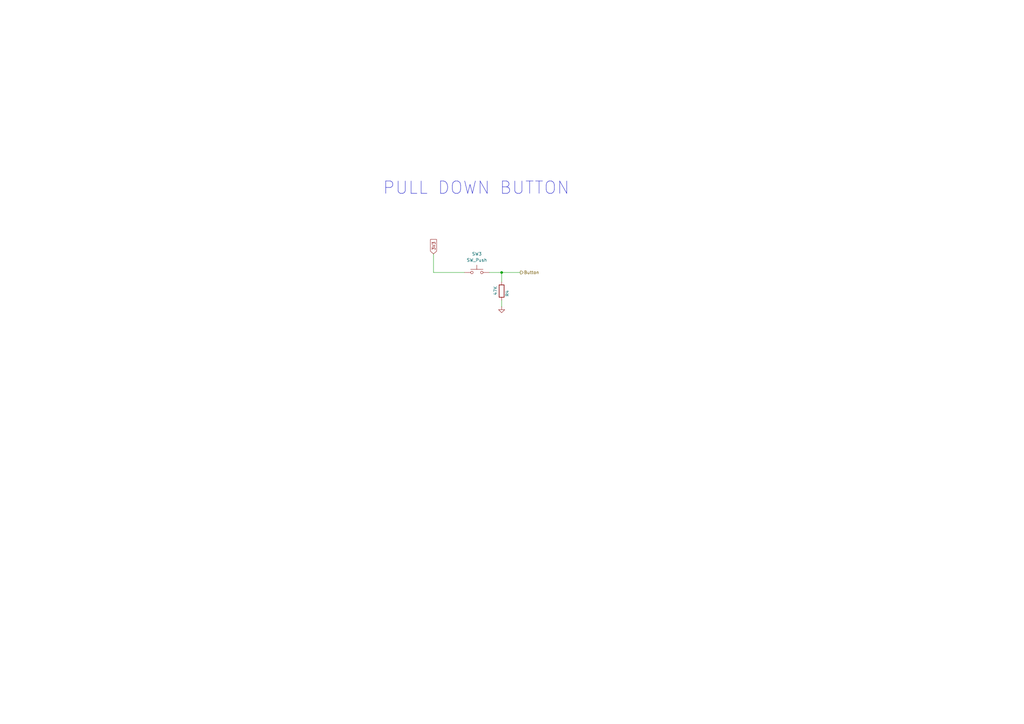
<source format=kicad_sch>
(kicad_sch (version 20250114) (generator "eeschema") (generator_version "9.0")
  (paper "A3")
  (title_block (title "Rabosa Micromouse") (rev "1.0") (company "XorvaLabs ") (comment 1 "Schematic design based on Green Ye's Green Giant 5.19V micromouse") (comment 2 "And in OPRobots streams"))
  (lib_symbols
    (symbol "Device:R" (pin_numbers (hide yes)) (pin_names (offset 0))
      (property "Reference" "R" (at 2.032 0 90))
      (property "Value" "R" (at 0 0 90))
      (symbol "R_0_1"
        (rectangle (start -1.016 -2.54) (end 1.016 2.54) (stroke (width 0.254)))
      )
      (symbol "R_1_1"
        (pin passive line (at 0 3.81 270) (length 1.27) (name "~") (number "1"))
        (pin passive line (at 0 -3.81 90) (length 1.27) (name "~") (number "2"))
      )
    )
    (symbol "Switch:SW_Push" (pin_numbers (hide yes)) (pin_names (offset 1.016) (hide yes))
      (property "Reference" "SW" (at 1.27 2.54 0))
      (property "Value" "SW_Push" (at 0 -1.524 0))
      (symbol "SW_Push_0_1"
        (circle (center -2.032 0) (radius 0.508))
        (polyline (pts (xy 0 1.27) (xy 0 3.048)))
        (circle (center 2.032 0) (radius 0.508))
        (polyline (pts (xy 2.54 1.27) (xy -2.54 1.27)))
        (pin passive line (at -5.08 0 0) (length 2.54) (name "1") (number "1"))
        (pin passive line (at 5.08 0 180) (length 2.54) (name "2") (number "2"))
      )
    )
    (symbol "power:GND" (power) (pin_numbers (hide yes)) (pin_names (offset 0) (hide yes))
      (property "Value" "GND" (at 0 -3.81 0))
      (symbol "GND_0_1"
        (polyline (pts (xy 0 0) (xy 0 -1.27) (xy 1.27 -1.27) (xy 0 -2.54) (xy -1.27 -1.27) (xy 0 -1.27)))
      )
      (symbol "GND_1_1"
        (pin power_in line (at 0 0 270) (length 0) (name "~") (number "1"))
      )
    )
  )
  (text "PULL DOWN BUTTON" (at 195.326 77.216 0) (effects (font (size 5.08 5.08))))
  (junction (at 205.74 111.76))
  (wire (pts (xy 205.74 123.19) (xy 205.74 125.73)))
  (wire (pts (xy 177.8 111.76) (xy 190.5 111.76)))
  (wire (pts (xy 205.74 111.76) (xy 213.36 111.76)))
  (wire (pts (xy 177.8 104.14) (xy 177.8 111.76)))
  (wire (pts (xy 200.66 111.76) (xy 205.74 111.76)))
  (wire (pts (xy 205.74 111.76) (xy 205.74 115.57)))
  (global_label "3V3" (shape input) (at 177.8 104.14 90) (property "Intersheetrefs" "${INTERSHEET_REFS}" (effects (hide yes))))
  (hierarchical_label "Button" (shape output) (at 213.36 111.76 0))
  (symbol (lib_id "Device:R") (at 205.74 119.38 0) (mirror y) (unit 1)
    (property "Reference" "R4" (at 208.026 121.666 90) (effects (justify left)))
    (property "Value" "47K" (at 203.2 121.158 90) (effects (justify left)))
    (property "Footprint" "Resistor_SMD:R_0402_1005Metric" (effects (hide yes)))
    (property "Description" "Resistor" (effects (hide yes)))
    (property "JLCPCB Part #" "C25563" (effects (hide yes)))
  )
  (symbol (lib_id "power:GND") (at 205.74 125.73 0) (unit 1)
    (property "Reference" "#PWR088" (effects (hide yes)))
    (property "Value" "GND" (effects (hide yes)))
    (property "Description" "Power symbol creates a global label with name \"GND\" , ground" (effects (hide yes)))
  )
  (symbol (lib_id "Switch:SW_Push") (at 195.58 111.76 0) (unit 1)
    (property "Reference" "SW3" (at 195.58 104.14 0))
    (property "Value" "SW_Push" (at 195.58 106.68 0))
    (property "Footprint" "Button_Switch_SMD:SW_Push_1P1T_NO_CK_KMR2" (effects (hide yes)))
    (property "Description" "Push button switch, generic, two pins" (effects (hide yes)))
    (property "JLCPCB Part #" "C221676" (effects (hide yes)))
  )
)
</source>
